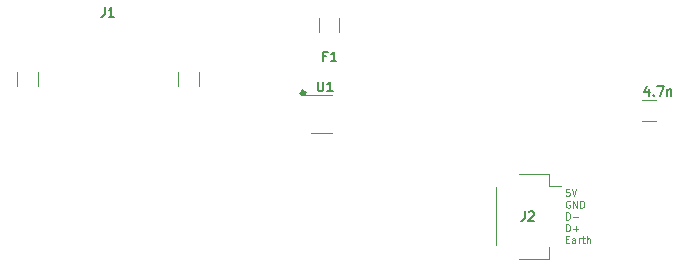
<source format=gbr>
%TF.GenerationSoftware,KiCad,Pcbnew,(6.0.10)*%
%TF.CreationDate,2023-01-23T13:10:32-05:00*%
%TF.ProjectId,nfdb_mkii,6e666462-5f6d-46b6-9969-2e6b69636164,rev?*%
%TF.SameCoordinates,Original*%
%TF.FileFunction,Legend,Top*%
%TF.FilePolarity,Positive*%
%FSLAX46Y46*%
G04 Gerber Fmt 4.6, Leading zero omitted, Abs format (unit mm)*
G04 Created by KiCad (PCBNEW (6.0.10)) date 2023-01-23 13:10:32*
%MOMM*%
%LPD*%
G01*
G04 APERTURE LIST*
%ADD10C,0.120000*%
%ADD11C,0.150000*%
%ADD12C,0.310000*%
G04 APERTURE END LIST*
D10*
X150720857Y-42219142D02*
X150920857Y-42219142D01*
X151006571Y-42533428D02*
X150720857Y-42533428D01*
X150720857Y-41933428D01*
X151006571Y-41933428D01*
X151520857Y-42533428D02*
X151520857Y-42219142D01*
X151492285Y-42162000D01*
X151435142Y-42133428D01*
X151320857Y-42133428D01*
X151263714Y-42162000D01*
X151520857Y-42504857D02*
X151463714Y-42533428D01*
X151320857Y-42533428D01*
X151263714Y-42504857D01*
X151235142Y-42447714D01*
X151235142Y-42390571D01*
X151263714Y-42333428D01*
X151320857Y-42304857D01*
X151463714Y-42304857D01*
X151520857Y-42276285D01*
X151806571Y-42533428D02*
X151806571Y-42133428D01*
X151806571Y-42247714D02*
X151835142Y-42190571D01*
X151863714Y-42162000D01*
X151920857Y-42133428D01*
X151978000Y-42133428D01*
X152092285Y-42133428D02*
X152320857Y-42133428D01*
X152178000Y-41933428D02*
X152178000Y-42447714D01*
X152206571Y-42504857D01*
X152263714Y-42533428D01*
X152320857Y-42533428D01*
X152520857Y-42533428D02*
X152520857Y-41933428D01*
X152778000Y-42533428D02*
X152778000Y-42219142D01*
X152749428Y-42162000D01*
X152692285Y-42133428D01*
X152606571Y-42133428D01*
X152549428Y-42162000D01*
X152520857Y-42190571D01*
D11*
X111667333Y-22561904D02*
X111667333Y-23133333D01*
X111629238Y-23247619D01*
X111553047Y-23323809D01*
X111438761Y-23361904D01*
X111362571Y-23361904D01*
X112467333Y-23361904D02*
X112010190Y-23361904D01*
X112238761Y-23361904D02*
X112238761Y-22561904D01*
X112162571Y-22676190D01*
X112086380Y-22752380D01*
X112010190Y-22790476D01*
D10*
X151006571Y-37933428D02*
X150720857Y-37933428D01*
X150692285Y-38219142D01*
X150720857Y-38190571D01*
X150778000Y-38162000D01*
X150920857Y-38162000D01*
X150978000Y-38190571D01*
X151006571Y-38219142D01*
X151035142Y-38276285D01*
X151035142Y-38419142D01*
X151006571Y-38476285D01*
X150978000Y-38504857D01*
X150920857Y-38533428D01*
X150778000Y-38533428D01*
X150720857Y-38504857D01*
X150692285Y-38476285D01*
X151206571Y-37933428D02*
X151406571Y-38533428D01*
X151606571Y-37933428D01*
X150720857Y-41533428D02*
X150720857Y-40933428D01*
X150863714Y-40933428D01*
X150949428Y-40962000D01*
X151006571Y-41019142D01*
X151035142Y-41076285D01*
X151063714Y-41190571D01*
X151063714Y-41276285D01*
X151035142Y-41390571D01*
X151006571Y-41447714D01*
X150949428Y-41504857D01*
X150863714Y-41533428D01*
X150720857Y-41533428D01*
X151320857Y-41304857D02*
X151778000Y-41304857D01*
X151549428Y-41533428D02*
X151549428Y-41076285D01*
D11*
X147227333Y-39823904D02*
X147227333Y-40395333D01*
X147189238Y-40509619D01*
X147113047Y-40585809D01*
X146998761Y-40623904D01*
X146922571Y-40623904D01*
X147570190Y-39900095D02*
X147608285Y-39862000D01*
X147684476Y-39823904D01*
X147874952Y-39823904D01*
X147951142Y-39862000D01*
X147989238Y-39900095D01*
X148027333Y-39976285D01*
X148027333Y-40052476D01*
X147989238Y-40166761D01*
X147532095Y-40623904D01*
X148027333Y-40623904D01*
D10*
X150720857Y-40533428D02*
X150720857Y-39933428D01*
X150863714Y-39933428D01*
X150949428Y-39962000D01*
X151006571Y-40019142D01*
X151035142Y-40076285D01*
X151063714Y-40190571D01*
X151063714Y-40276285D01*
X151035142Y-40390571D01*
X151006571Y-40447714D01*
X150949428Y-40504857D01*
X150863714Y-40533428D01*
X150720857Y-40533428D01*
X151320857Y-40304857D02*
X151778000Y-40304857D01*
X151035142Y-38962000D02*
X150978000Y-38933428D01*
X150892285Y-38933428D01*
X150806571Y-38962000D01*
X150749428Y-39019142D01*
X150720857Y-39076285D01*
X150692285Y-39190571D01*
X150692285Y-39276285D01*
X150720857Y-39390571D01*
X150749428Y-39447714D01*
X150806571Y-39504857D01*
X150892285Y-39533428D01*
X150949428Y-39533428D01*
X151035142Y-39504857D01*
X151063714Y-39476285D01*
X151063714Y-39276285D01*
X150949428Y-39276285D01*
X151320857Y-39533428D02*
X151320857Y-38933428D01*
X151663714Y-39533428D01*
X151663714Y-38933428D01*
X151949428Y-39533428D02*
X151949428Y-38933428D01*
X152092285Y-38933428D01*
X152178000Y-38962000D01*
X152235142Y-39019142D01*
X152263714Y-39076285D01*
X152292285Y-39190571D01*
X152292285Y-39276285D01*
X152263714Y-39390571D01*
X152235142Y-39447714D01*
X152178000Y-39504857D01*
X152092285Y-39533428D01*
X151949428Y-39533428D01*
D11*
X157751298Y-29500571D02*
X157751298Y-30033904D01*
X157560822Y-29195809D02*
X157370346Y-29767238D01*
X157865584Y-29767238D01*
X158170346Y-29957714D02*
X158208441Y-29995809D01*
X158170346Y-30033904D01*
X158132251Y-29995809D01*
X158170346Y-29957714D01*
X158170346Y-30033904D01*
X158475108Y-29233904D02*
X159008441Y-29233904D01*
X158665584Y-30033904D01*
X159313203Y-29500571D02*
X159313203Y-30033904D01*
X159313203Y-29576761D02*
X159351298Y-29538666D01*
X159427489Y-29500571D01*
X159541774Y-29500571D01*
X159617965Y-29538666D01*
X159656060Y-29614857D01*
X159656060Y-30033904D01*
X129720726Y-28860904D02*
X129720726Y-29508523D01*
X129758821Y-29584714D01*
X129796916Y-29622809D01*
X129873107Y-29660904D01*
X130025488Y-29660904D01*
X130101678Y-29622809D01*
X130139773Y-29584714D01*
X130177869Y-29508523D01*
X130177869Y-28860904D01*
X130977869Y-29660904D02*
X130520726Y-29660904D01*
X130749297Y-29660904D02*
X130749297Y-28860904D01*
X130673107Y-28975190D01*
X130596916Y-29051380D01*
X130520726Y-29089476D01*
X130444583Y-26701857D02*
X130177916Y-26701857D01*
X130177916Y-27120904D02*
X130177916Y-26320904D01*
X130558869Y-26320904D01*
X131282678Y-27120904D02*
X130825535Y-27120904D01*
X131054107Y-27120904D02*
X131054107Y-26320904D01*
X130977916Y-26435190D01*
X130901726Y-26511380D01*
X130825535Y-26549476D01*
D10*
X158370251Y-32203000D02*
X157170251Y-32203000D01*
X157170251Y-30443000D02*
X158370251Y-30443000D01*
X129110251Y-33234500D02*
X130910251Y-33234500D01*
X130910251Y-30014500D02*
X128460251Y-30014500D01*
D12*
X128615251Y-29814500D02*
G75*
G03*
X128615251Y-29814500I-155000J0D01*
G01*
D10*
X129780251Y-24692000D02*
X129780251Y-23492000D01*
X131540251Y-23492000D02*
X131540251Y-24692000D01*
X104256200Y-29264000D02*
X104256200Y-28064000D01*
X106016200Y-28064000D02*
X106016200Y-29264000D01*
X146779000Y-36652000D02*
X149279000Y-36652000D01*
X149279000Y-43872000D02*
X149279000Y-42822000D01*
X144809000Y-37822000D02*
X144809000Y-42702000D01*
X149279000Y-36652000D02*
X149279000Y-37702000D01*
X149279000Y-37702000D02*
X150269000Y-37702000D01*
X146779000Y-43872000D02*
X149279000Y-43872000D01*
X117916800Y-29264000D02*
X117916800Y-28064000D01*
X119676800Y-28064000D02*
X119676800Y-29264000D01*
M02*

</source>
